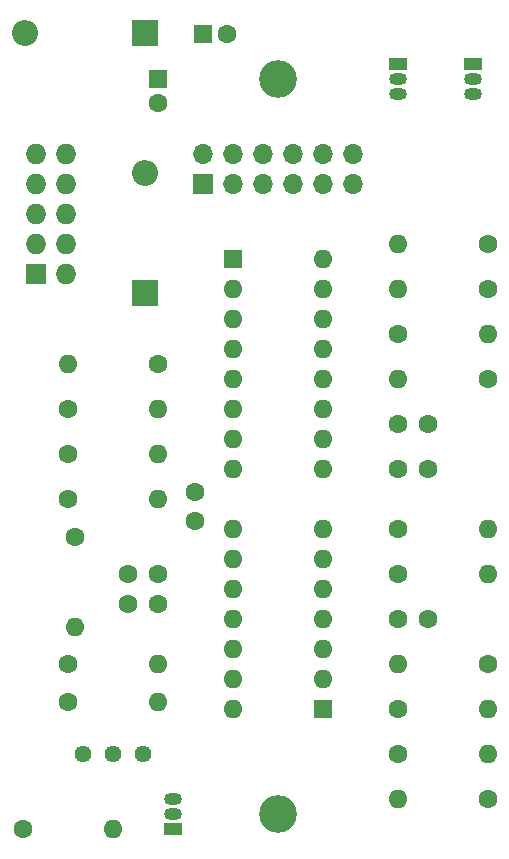
<source format=gbr>
G04 #@! TF.GenerationSoftware,KiCad,Pcbnew,5.1.5-52549c5~84~ubuntu18.04.1*
G04 #@! TF.CreationDate,2020-03-18T19:12:43-04:00*
G04 #@! TF.ProjectId,OBG-SVF-mainpcb,4f42472d-5356-4462-9d6d-61696e706362,rev?*
G04 #@! TF.SameCoordinates,Original*
G04 #@! TF.FileFunction,Soldermask,Top*
G04 #@! TF.FilePolarity,Negative*
%FSLAX46Y46*%
G04 Gerber Fmt 4.6, Leading zero omitted, Abs format (unit mm)*
G04 Created by KiCad (PCBNEW 5.1.5-52549c5~84~ubuntu18.04.1) date 2020-03-18 19:12:43*
%MOMM*%
%LPD*%
G04 APERTURE LIST*
%ADD10C,3.200000*%
%ADD11O,1.727200X1.727200*%
%ADD12R,1.727200X1.727200*%
%ADD13O,1.600000X1.600000*%
%ADD14R,1.600000X1.600000*%
%ADD15C,1.440000*%
%ADD16C,1.600000*%
%ADD17R,2.200000X2.200000*%
%ADD18O,2.200000X2.200000*%
%ADD19R,1.500000X1.050000*%
%ADD20O,1.500000X1.050000*%
%ADD21R,1.700000X1.700000*%
%ADD22O,1.700000X1.700000*%
G04 APERTURE END LIST*
D10*
X142240000Y-104140000D03*
X142240000Y-41910000D03*
D11*
X124340000Y-48240000D03*
X121800000Y-48240000D03*
X124340000Y-50780000D03*
X121800000Y-50780000D03*
X124340000Y-53320000D03*
X121800000Y-53320000D03*
X124340000Y-55860000D03*
X121800000Y-55860000D03*
X124340000Y-58400000D03*
D12*
X121800000Y-58400000D03*
D13*
X146050000Y-57150000D03*
X138430000Y-74930000D03*
X146050000Y-59690000D03*
X138430000Y-72390000D03*
X146050000Y-62230000D03*
X138430000Y-69850000D03*
X146050000Y-64770000D03*
X138430000Y-67310000D03*
X146050000Y-67310000D03*
X138430000Y-64770000D03*
X146050000Y-69850000D03*
X138430000Y-62230000D03*
X146050000Y-72390000D03*
X138430000Y-59690000D03*
X146050000Y-74930000D03*
D14*
X138430000Y-57150000D03*
D15*
X130810000Y-99060000D03*
X128270000Y-99060000D03*
X125730000Y-99060000D03*
D13*
X128270000Y-105410000D03*
D16*
X120650000Y-105410000D03*
D13*
X132080000Y-91440000D03*
D16*
X124460000Y-91440000D03*
D13*
X132080000Y-94615000D03*
D16*
X124460000Y-94615000D03*
D13*
X132080000Y-73660000D03*
D16*
X124460000Y-73660000D03*
D17*
X131000000Y-60000000D03*
D18*
X131000000Y-49840000D03*
D16*
X132080000Y-43910000D03*
D14*
X132080000Y-41910000D03*
D19*
X152400000Y-40640000D03*
D20*
X152400000Y-43180000D03*
X152400000Y-41910000D03*
D19*
X158750000Y-40640000D03*
D20*
X158750000Y-43180000D03*
X158750000Y-41910000D03*
D13*
X152400000Y-102870000D03*
D16*
X160020000Y-102870000D03*
D13*
X160020000Y-99060000D03*
D16*
X152400000Y-99060000D03*
D13*
X160020000Y-80010000D03*
D16*
X152400000Y-80010000D03*
D13*
X160020000Y-95250000D03*
D16*
X152400000Y-95250000D03*
D13*
X132080000Y-77470000D03*
D16*
X124460000Y-77470000D03*
D13*
X124460000Y-66040000D03*
D16*
X132080000Y-66040000D03*
D13*
X132080000Y-69850000D03*
D16*
X124460000Y-69850000D03*
D13*
X125095000Y-88265000D03*
D16*
X125095000Y-80645000D03*
D21*
X135890000Y-50800000D03*
D22*
X135890000Y-48260000D03*
X138430000Y-50800000D03*
X138430000Y-48260000D03*
X140970000Y-50800000D03*
X140970000Y-48260000D03*
X143510000Y-50800000D03*
X143510000Y-48260000D03*
X146050000Y-50800000D03*
X146050000Y-48260000D03*
X148590000Y-50800000D03*
X148590000Y-48260000D03*
D13*
X138430000Y-95250000D03*
X146050000Y-80010000D03*
X138430000Y-92710000D03*
X146050000Y-82550000D03*
X138430000Y-90170000D03*
X146050000Y-85090000D03*
X138430000Y-87630000D03*
X146050000Y-87630000D03*
X138430000Y-85090000D03*
X146050000Y-90170000D03*
X138430000Y-82550000D03*
X146050000Y-92710000D03*
X138430000Y-80010000D03*
D14*
X146050000Y-95250000D03*
D13*
X160020000Y-83820000D03*
D16*
X152400000Y-83820000D03*
D13*
X152400000Y-67310000D03*
D16*
X160020000Y-67310000D03*
D13*
X160020000Y-63500000D03*
D16*
X152400000Y-63500000D03*
D13*
X152400000Y-59690000D03*
D16*
X160020000Y-59690000D03*
D13*
X152400000Y-55880000D03*
D16*
X160020000Y-55880000D03*
D13*
X152400000Y-91440000D03*
D16*
X160020000Y-91440000D03*
D19*
X133350000Y-105410000D03*
D20*
X133350000Y-102870000D03*
X133350000Y-104140000D03*
D17*
X131000000Y-38000000D03*
D18*
X120840000Y-38000000D03*
D16*
X135255000Y-79335000D03*
X135255000Y-76835000D03*
X129580000Y-86360000D03*
X132080000Y-86360000D03*
X152440000Y-74930000D03*
X154940000Y-74930000D03*
X152440000Y-87630000D03*
X154940000Y-87630000D03*
X137890000Y-38100000D03*
D14*
X135890000Y-38100000D03*
D16*
X152440000Y-71120000D03*
X154940000Y-71120000D03*
X129580000Y-83820000D03*
X132080000Y-83820000D03*
M02*

</source>
